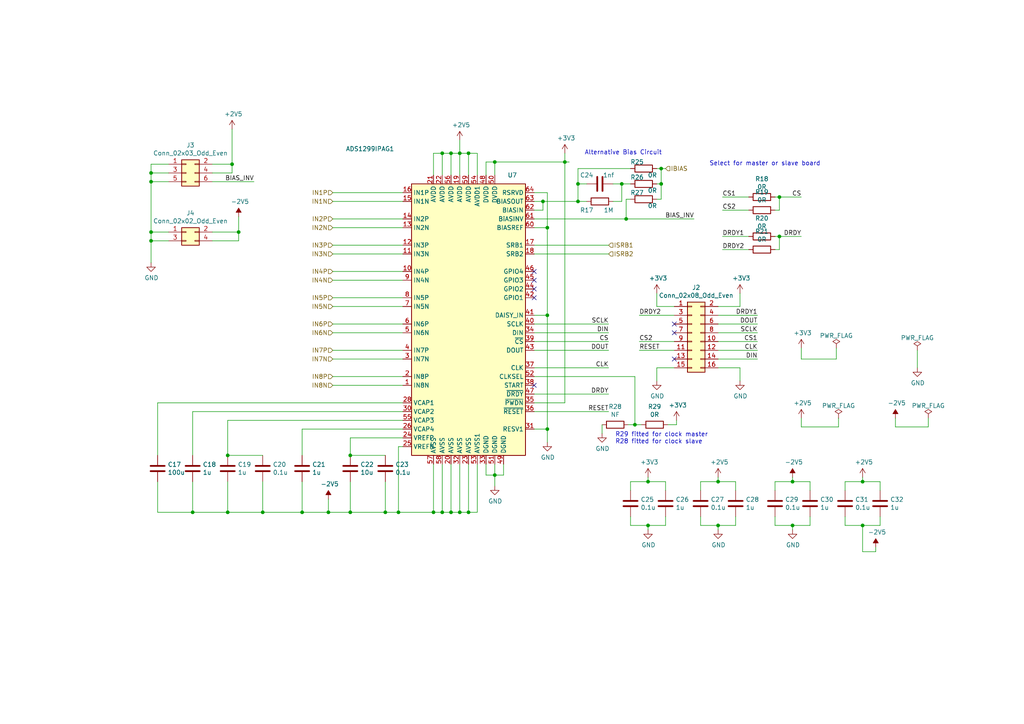
<source format=kicad_sch>
(kicad_sch (version 20211123) (generator eeschema)
  (paper "A4")
  (lib_symbols
    (symbol "Connector_Generic:Conn_02x02_Odd_Even" (pin_names (offset 1.016) hide)
      (property "Reference" "J" (at 1.27 2.54 0))
      (property "Value" "Conn_02x02_Odd_Even" (at 1.27 -5.08 0))
      (symbol "Conn_02x02_Odd_Even_1_1"
        (rectangle (start -1.27 -2.413) (end 0 -2.667) (stroke (width 0.1524)))
        (rectangle (start -1.27 0.127) (end 0 -0.127) (stroke (width 0.1524)))
        (rectangle (start -1.27 1.27) (end 3.81 -3.81) (stroke (width 0.254)) (fill (type background)))
        (rectangle (start 3.81 -2.413) (end 2.54 -2.667) (stroke (width 0.1524)))
        (rectangle (start 3.81 0.127) (end 2.54 -0.127) (stroke (width 0.1524)))
        (pin passive line (at -5.08 0 0) (length 3.81) (name "Pin_1") (number "1"))
        (pin passive line (at 7.62 0 180) (length 3.81) (name "Pin_2") (number "2"))
        (pin passive line (at -5.08 -2.54 0) (length 3.81) (name "Pin_3") (number "3"))
        (pin passive line (at 7.62 -2.54 180) (length 3.81) (name "Pin_4") (number "4"))
      )
    )
    (symbol "Connector_Generic:Conn_02x03_Odd_Even" (pin_names (offset 1.016) hide)
      (property "Reference" "J" (at 1.27 5.08 0))
      (property "Value" "Conn_02x03_Odd_Even" (at 1.27 -5.08 0))
      (symbol "Conn_02x03_Odd_Even_1_1"
        (rectangle (start -1.27 -2.413) (end 0 -2.667) (stroke (width 0.1524)))
        (rectangle (start -1.27 0.127) (end 0 -0.127) (stroke (width 0.1524)))
        (rectangle (start -1.27 2.667) (end 0 2.413) (stroke (width 0.1524)))
        (rectangle (start -1.27 3.81) (end 3.81 -3.81) (stroke (width 0.254)) (fill (type background)))
        (rectangle (start 3.81 -2.413) (end 2.54 -2.667) (stroke (width 0.1524)))
        (rectangle (start 3.81 0.127) (end 2.54 -0.127) (stroke (width 0.1524)))
        (rectangle (start 3.81 2.667) (end 2.54 2.413) (stroke (width 0.1524)))
        (pin passive line (at -5.08 2.54 0) (length 3.81) (name "Pin_1") (number "1"))
        (pin passive line (at 7.62 2.54 180) (length 3.81) (name "Pin_2") (number "2"))
        (pin passive line (at -5.08 0 0) (length 3.81) (name "Pin_3") (number "3"))
        (pin passive line (at 7.62 0 180) (length 3.81) (name "Pin_4") (number "4"))
        (pin passive line (at -5.08 -2.54 0) (length 3.81) (name "Pin_5") (number "5"))
        (pin passive line (at 7.62 -2.54 180) (length 3.81) (name "Pin_6") (number "6"))
      )
    )
    (symbol "Connector_Generic:Conn_02x08_Odd_Even" (pin_names (offset 1.016) hide)
      (property "Reference" "J" (at 1.27 10.16 0))
      (property "Value" "Conn_02x08_Odd_Even" (at 1.27 -12.7 0))
      (symbol "Conn_02x08_Odd_Even_1_1"
        (rectangle (start -1.27 -10.033) (end 0 -10.287) (stroke (width 0.1524)))
        (rectangle (start -1.27 -7.493) (end 0 -7.747) (stroke (width 0.1524)))
        (rectangle (start -1.27 -4.953) (end 0 -5.207) (stroke (width 0.1524)))
        (rectangle (start -1.27 -2.413) (end 0 -2.667) (stroke (width 0.1524)))
        (rectangle (start -1.27 0.127) (end 0 -0.127) (stroke (width 0.1524)))
        (rectangle (start -1.27 2.667) (end 0 2.413) (stroke (width 0.1524)))
        (rectangle (start -1.27 5.207) (end 0 4.953) (stroke (width 0.1524)))
        (rectangle (start -1.27 7.747) (end 0 7.493) (stroke (width 0.1524)))
        (rectangle (start -1.27 8.89) (end 3.81 -11.43) (stroke (width 0.254)) (fill (type background)))
        (rectangle (start 3.81 -10.033) (end 2.54 -10.287) (stroke (width 0.1524)))
        (rectangle (start 3.81 -7.493) (end 2.54 -7.747) (stroke (width 0.1524)))
        (rectangle (start 3.81 -4.953) (end 2.54 -5.207) (stroke (width 0.1524)))
        (rectangle (start 3.81 -2.413) (end 2.54 -2.667) (stroke (width 0.1524)))
        (rectangle (start 3.81 0.127) (end 2.54 -0.127) (stroke (width 0.1524)))
        (rectangle (start 3.81 2.667) (end 2.54 2.413) (stroke (width 0.1524)))
        (rectangle (start 3.81 5.207) (end 2.54 4.953) (stroke (width 0.1524)))
        (rectangle (start 3.81 7.747) (end 2.54 7.493) (stroke (width 0.1524)))
        (pin passive line (at -5.08 7.62 0) (length 3.81) (name "Pin_1") (number "1"))
        (pin passive line (at 7.62 -2.54 180) (length 3.81) (name "Pin_10") (number "10"))
        (pin passive line (at -5.08 -5.08 0) (length 3.81) (name "Pin_11") (number "11"))
        (pin passive line (at 7.62 -5.08 180) (length 3.81) (name "Pin_12") (number "12"))
        (pin passive line (at -5.08 -7.62 0) (length 3.81) (name "Pin_13") (number "13"))
        (pin passive line (at 7.62 -7.62 180) (length 3.81) (name "Pin_14") (number "14"))
        (pin passive line (at -5.08 -10.16 0) (length 3.81) (name "Pin_15") (number "15"))
        (pin passive line (at 7.62 -10.16 180) (length 3.81) (name "Pin_16") (number "16"))
        (pin passive line (at 7.62 7.62 180) (length 3.81) (name "Pin_2") (number "2"))
        (pin passive line (at -5.08 5.08 0) (length 3.81) (name "Pin_3") (number "3"))
        (pin passive line (at 7.62 5.08 180) (length 3.81) (name "Pin_4") (number "4"))
        (pin passive line (at -5.08 2.54 0) (length 3.81) (name "Pin_5") (number "5"))
        (pin passive line (at 7.62 2.54 180) (length 3.81) (name "Pin_6") (number "6"))
        (pin passive line (at -5.08 0 0) (length 3.81) (name "Pin_7") (number "7"))
        (pin passive line (at 7.62 0 180) (length 3.81) (name "Pin_8") (number "8"))
        (pin passive line (at -5.08 -2.54 0) (length 3.81) (name "Pin_9") (number "9"))
      )
    )
    (symbol "Device:C" (pin_numbers hide) (pin_names (offset 0.254))
      (property "Reference" "C" (at 0.635 2.54 0))
      (property "Value" "C" (at 0.635 -2.54 0))
      (symbol "C_0_1"
        (polyline (pts (xy -2.032 -0.762) (xy 2.032 -0.762)) (stroke (width 0.508)))
        (polyline (pts (xy -2.032 0.762) (xy 2.032 0.762)) (stroke (width 0.508)))
      )
      (symbol "C_1_1"
        (pin passive line (at 0 3.81 270) (length 2.794) (name "~") (number "1"))
        (pin passive line (at 0 -3.81 90) (length 2.794) (name "~") (number "2"))
      )
    )
    (symbol "Device:R" (pin_numbers hide) (pin_names (offset 0))
      (property "Reference" "R" (at 2.032 0 90))
      (property "Value" "R" (at 0 0 90))
      (symbol "R_0_1"
        (rectangle (start -1.016 -2.54) (end 1.016 2.54) (stroke (width 0.254)))
      )
      (symbol "R_1_1"
        (pin passive line (at 0 3.81 270) (length 1.27) (name "~") (number "1"))
        (pin passive line (at 0 -3.81 90) (length 1.27) (name "~") (number "2"))
      )
    )
    (symbol "OpenBCI_ESP32:ADS1299IPAG1"
      (property "Reference" "U" (at -16.51 44.45 0))
      (property "Value" "ADS1299IPAG1" (at 7.62 50.8 0))
      (symbol "ADS1299IPAG1_0_1"
        (rectangle (start -17.78 43.18) (end 15.24 -35.56) (stroke (width 0.254)) (fill (type background)))
      )
      (symbol "ADS1299IPAG1_1_1"
        (pin input line (at -20.32 -15.24 0) (length 2.54) (name "IN8N") (number "1"))
        (pin input line (at -20.32 17.78 0) (length 2.54) (name "IN4P") (number "10"))
        (pin input line (at -20.32 22.86 0) (length 2.54) (name "IN3N") (number "11"))
        (pin input line (at -20.32 25.4 0) (length 2.54) (name "IN3P") (number "12"))
        (pin input line (at -20.32 30.48 0) (length 2.54) (name "IN2N") (number "13"))
        (pin input line (at -20.32 33.02 0) (length 2.54) (name "IN2P") (number "14"))
        (pin input line (at -20.32 38.1 0) (length 2.54) (name "IN1N") (number "15"))
        (pin input line (at -20.32 40.64 0) (length 2.54) (name "IN1P") (number "16"))
        (pin bidirectional line (at 17.78 25.4 180) (length 2.54) (name "SRB1") (number "17"))
        (pin bidirectional line (at 17.78 22.86 180) (length 2.54) (name "SRB2") (number "18"))
        (pin power_in line (at -3.81 45.72 270) (length 2.54) (name "AVDD") (number "19"))
        (pin input line (at -20.32 -12.7 0) (length 2.54) (name "IN8P") (number "2"))
        (pin power_in line (at -6.35 -38.1 90) (length 2.54) (name "AVSS") (number "20"))
        (pin power_in line (at -11.43 45.72 270) (length 2.54) (name "AVDD") (number "21"))
        (pin power_in line (at -8.89 45.72 270) (length 2.54) (name "AVDD") (number "22"))
        (pin power_in line (at -1.27 -38.1 90) (length 2.54) (name "AVSS") (number "23"))
        (pin passive line (at -20.32 -30.48 0) (length 2.54) (name "VREFP") (number "24"))
        (pin passive line (at -20.32 -33.02 0) (length 2.54) (name "VREFN") (number "25"))
        (pin passive line (at -20.32 -27.94 0) (length 2.54) (name "VCAP4") (number "26"))
        (pin no_connect line (at 15.24 -30.48 180) (length 2.54) hide (name "NC") (number "27"))
        (pin passive line (at -20.32 -20.32 0) (length 2.54) (name "VCAP1") (number "28"))
        (pin no_connect line (at 15.24 -33.02 180) (length 2.54) hide (name "NC") (number "29"))
        (pin input line (at -20.32 -7.62 0) (length 2.54) (name "IN7N") (number "3"))
        (pin passive line (at -20.32 -22.86 0) (length 2.54) (name "VCAP2") (number "30"))
        (pin input line (at 17.78 -27.94 180) (length 2.54) (name "RESV1") (number "31"))
        (pin power_in line (at -3.81 -38.1 90) (length 2.54) (name "AVSS") (number "32"))
        (pin power_in line (at 3.81 -38.1 90) (length 2.54) (name "DGND") (number "33"))
        (pin input line (at 17.78 0 180) (length 2.54) (name "DIN") (number "34"))
        (pin input line (at 17.78 -20.32 180) (length 2.54) (name "~{PWDN}") (number "35"))
        (pin input line (at 17.78 -22.86 180) (length 2.54) (name "~{RESET}") (number "36"))
        (pin bidirectional line (at 17.78 -10.16 180) (length 2.54) (name "CLK") (number "37"))
        (pin input line (at 17.78 -15.24 180) (length 2.54) (name "START") (number "38"))
        (pin input line (at 17.78 -2.54 180) (length 2.54) (name "~{CS}") (number "39"))
        (pin input line (at -20.32 -5.08 0) (length 2.54) (name "IN7P") (number "4"))
        (pin input line (at 17.78 2.54 180) (length 2.54) (name "SCLK") (number "40"))
        (pin input line (at 17.78 5.08 180) (length 2.54) (name "DAISY_IN") (number "41"))
        (pin bidirectional line (at 17.78 10.16 180) (length 2.54) (name "GPIO1") (number "42"))
        (pin output line (at 17.78 -5.08 180) (length 2.54) (name "DOUT") (number "43"))
        (pin bidirectional line (at 17.78 12.7 180) (length 2.54) (name "GPIO2") (number "44"))
        (pin bidirectional line (at 17.78 15.24 180) (length 2.54) (name "GPIO3") (number "45"))
        (pin bidirectional line (at 17.78 17.78 180) (length 2.54) (name "GPIO4") (number "46"))
        (pin output line (at 17.78 -17.78 180) (length 2.54) (name "~{DRDY}") (number "47"))
        (pin power_in line (at 3.81 45.72 270) (length 2.54) (name "DVDD") (number "48"))
        (pin power_in line (at 8.89 -38.1 90) (length 2.54) (name "DGND") (number "49"))
        (pin input line (at -20.32 0 0) (length 2.54) (name "IN6N") (number "5"))
        (pin power_in line (at 6.35 45.72 270) (length 2.54) (name "DVDD") (number "50"))
        (pin power_in line (at 6.35 -38.1 90) (length 2.54) (name "DGND") (number "51"))
        (pin input line (at 17.78 -12.7 180) (length 2.54) (name "CLKSEL") (number "52"))
        (pin power_in line (at 1.27 -38.1 90) (length 2.54) (name "AVSS1") (number "53"))
        (pin power_in line (at 1.27 45.72 270) (length 2.54) (name "AVDD1") (number "54"))
        (pin passive line (at -20.32 -25.4 0) (length 2.54) (name "VCAP3") (number "55"))
        (pin power_in line (at -6.35 45.72 270) (length 2.54) (name "AVDD") (number "56"))
        (pin power_in line (at -11.43 -38.1 90) (length 2.54) (name "AVSS") (number "57"))
        (pin power_in line (at -8.89 -38.1 90) (length 2.54) (name "AVSS") (number "58"))
        (pin power_in line (at -1.27 45.72 270) (length 2.54) (name "AVDD") (number "59"))
        (pin input line (at -20.32 2.54 0) (length 2.54) (name "IN6P") (number "6"))
        (pin input line (at 17.78 30.48 180) (length 2.54) (name "BIASREF") (number "60"))
        (pin input line (at 17.78 33.02 180) (length 2.54) (name "BiASINV") (number "61"))
        (pin input line (at 17.78 35.56 180) (length 2.54) (name "BIASIN") (number "62"))
        (pin output line (at 17.78 38.1 180) (length 2.54) (name "BIASOUT") (number "63"))
        (pin input line (at 17.78 40.64 180) (length 2.54) (name "RSRVD") (number "64"))
        (pin input line (at -20.32 7.62 0) (length 2.54) (name "IN5N") (number "7"))
        (pin input line (at -20.32 10.16 0) (length 2.54) (name "IN5P") (number "8"))
        (pin input line (at -20.32 15.24 0) (length 2.54) (name "IN4N") (number "9"))
      )
    )
    (symbol "power:+2V5" (power) (pin_names (offset 0))
      (property "Value" "+2V5" (at 0 3.556 0))
      (symbol "+2V5_0_1"
        (polyline (pts (xy -0.762 1.27) (xy 0 2.54)))
        (polyline (pts (xy 0 0) (xy 0 2.54)))
        (polyline (pts (xy 0 2.54) (xy 0.762 1.27)))
      )
      (symbol "+2V5_1_1"
        (pin power_in line (at 0 0 90) (length 0) hide (name "+2V5") (number "1"))
      )
    )
    (symbol "power:+3.3V" (power) (pin_names (offset 0))
      (property "Value" "+3.3V" (at 0 3.556 0))
      (symbol "+3.3V_0_1"
        (polyline (pts (xy -0.762 1.27) (xy 0 2.54)))
        (polyline (pts (xy 0 0) (xy 0 2.54)))
        (polyline (pts (xy 0 2.54) (xy 0.762 1.27)))
      )
      (symbol "+3.3V_1_1"
        (pin power_in line (at 0 0 90) (length 0) hide (name "+3V3") (number "1"))
      )
    )
    (symbol "power:-2V5" (power) (pin_names (offset 0))
      (property "Value" "-2V5" (at 0 3.81 0))
      (symbol "-2V5_0_0"
        (pin power_in line (at 0 0 90) (length 0) hide (name "-2V5") (number "1"))
      )
      (symbol "-2V5_0_1"
        (polyline (pts (xy 0 0) (xy 0 1.27) (xy 0.762 1.27) (xy 0 2.54) (xy -0.762 1.27) (xy 0 1.27)) (fill (type outline)))
      )
    )
    (symbol "power:GND" (power) (pin_names (offset 0))
      (property "Value" "GND" (at 0 -3.81 0))
      (symbol "GND_0_1"
        (polyline (pts (xy 0 0) (xy 0 -1.27) (xy 1.27 -1.27) (xy 0 -2.54) (xy -1.27 -1.27) (xy 0 -1.27)))
      )
      (symbol "GND_1_1"
        (pin power_in line (at 0 0 270) (length 0) hide (name "GND") (number "1"))
      )
    )
    (symbol "power:PWR_FLAG" (power) (pin_numbers hide) (pin_names (offset 0) hide)
      (property "Value" "PWR_FLAG" (at 0 3.81 0))
      (symbol "PWR_FLAG_0_0"
        (pin power_out line (at 0 0 90) (length 0) (name "pwr") (number "1"))
      )
      (symbol "PWR_FLAG_0_1"
        (polyline (pts (xy 0 0) (xy 0 1.27) (xy -1.016 1.905) (xy 0 2.54) (xy 1.016 1.905) (xy 0 1.27)))
      )
    )
  )
  (junction (at 158.75 124.46))
  (junction (at 143.51 137.795))
  (junction (at 208.28 152.4))
  (junction (at 111.76 148.59))
  (junction (at 163.83 46.99))
  (junction (at 167.64 53.34))
  (junction (at 158.75 91.44))
  (junction (at 226.06 57.15))
  (junction (at 87.63 148.59))
  (junction (at 67.31 47.625))
  (junction (at 133.35 148.59))
  (junction (at 143.51 46.99))
  (junction (at 184.15 123.19))
  (junction (at 130.81 148.59))
  (junction (at 69.215 67.31))
  (junction (at 250.19 152.4))
  (junction (at 43.815 50.165))
  (junction (at 55.88 148.59))
  (junction (at 43.815 52.705))
  (junction (at 128.27 44.45))
  (junction (at 167.64 58.42))
  (junction (at 229.87 152.4))
  (junction (at 135.89 44.45))
  (junction (at 43.815 67.31))
  (junction (at 187.96 139.7))
  (junction (at 66.04 132.08))
  (junction (at 125.73 148.59))
  (junction (at 226.06 68.58))
  (junction (at 128.27 148.59))
  (junction (at 250.19 139.7))
  (junction (at 76.2 148.59))
  (junction (at 191.77 53.34))
  (junction (at 66.04 148.59))
  (junction (at 158.75 66.04))
  (junction (at 133.35 44.45))
  (junction (at 208.28 139.7))
  (junction (at 180.34 53.34))
  (junction (at 95.25 148.59))
  (junction (at 191.77 48.895))
  (junction (at 130.81 44.45))
  (junction (at 187.96 152.4))
  (junction (at 101.6 148.59))
  (junction (at 181.61 63.5))
  (junction (at 43.815 69.85))
  (junction (at 101.6 132.08))
  (junction (at 157.48 58.42))
  (junction (at 115.57 148.59))
  (junction (at 135.89 148.59))
  (junction (at 229.87 139.7))
  (no_connect (at 154.94 83.82))
  (no_connect (at 154.94 81.28))
  (no_connect (at 195.58 93.98))
  (no_connect (at 195.58 96.52))
  (no_connect (at 195.58 104.14))
  (no_connect (at 154.94 78.74))
  (no_connect (at 154.94 86.36))
  (no_connect (at 154.94 111.76))
  (wire (pts (xy 116.84 66.04) (xy 96.52 66.04)))
  (wire (pts (xy 203.2 152.4) (xy 208.28 152.4)))
  (wire (pts (xy 193.04 152.4) (xy 193.04 149.86)))
  (wire (pts (xy 234.95 139.7) (xy 234.95 142.24)))
  (wire (pts (xy 214.63 88.9) (xy 214.63 85.09)))
  (wire (pts (xy 255.27 152.4) (xy 255.27 149.86)))
  (wire (pts (xy 234.95 152.4) (xy 234.95 149.86)))
  (wire (pts (xy 208.28 152.4) (xy 208.28 153.67)))
  (wire (pts (xy 45.72 116.84) (xy 45.72 132.08)))
  (wire (pts (xy 43.815 67.31) (xy 43.815 69.85)))
  (wire (pts (xy 195.58 106.68) (xy 190.5 106.68)))
  (wire (pts (xy 133.35 40.64) (xy 133.35 44.45)))
  (wire (pts (xy 229.87 152.4) (xy 234.95 152.4)))
  (wire (pts (xy 76.2 148.59) (xy 87.63 148.59)))
  (wire (pts (xy 154.94 119.38) (xy 176.53 119.38)))
  (wire (pts (xy 154.94 96.52) (xy 176.53 96.52)))
  (wire (pts (xy 217.17 60.96) (xy 209.55 60.96)))
  (wire (pts (xy 140.97 46.99) (xy 143.51 46.99)))
  (wire (pts (xy 208.28 88.9) (xy 214.63 88.9)))
  (wire (pts (xy 208.28 101.6) (xy 219.71 101.6)))
  (wire (pts (xy 226.06 60.96) (xy 226.06 57.15)))
  (wire (pts (xy 191.77 53.34) (xy 191.77 48.895)))
  (wire (pts (xy 61.595 47.625) (xy 67.31 47.625)))
  (wire (pts (xy 143.51 137.795) (xy 146.05 137.795)))
  (wire (pts (xy 208.28 106.68) (xy 214.63 106.68)))
  (wire (pts (xy 208.28 93.98) (xy 219.71 93.98)))
  (wire (pts (xy 43.815 50.165) (xy 43.815 52.705)))
  (wire (pts (xy 116.84 58.42) (xy 96.52 58.42)))
  (wire (pts (xy 208.28 152.4) (xy 213.36 152.4)))
  (wire (pts (xy 224.79 60.96) (xy 226.06 60.96)))
  (wire (pts (xy 128.27 44.45) (xy 128.27 50.8)))
  (wire (pts (xy 214.63 106.68) (xy 214.63 110.49)))
  (wire (pts (xy 116.84 73.66) (xy 96.52 73.66)))
  (wire (pts (xy 196.215 123.19) (xy 196.215 121.92)))
  (wire (pts (xy 43.815 47.625) (xy 48.895 47.625)))
  (wire (pts (xy 48.895 67.31) (xy 43.815 67.31)))
  (wire (pts (xy 157.48 58.42) (xy 157.48 60.96)))
  (wire (pts (xy 182.88 53.34) (xy 180.34 53.34)))
  (wire (pts (xy 182.88 142.24) (xy 182.88 139.7)))
  (wire (pts (xy 167.64 53.34) (xy 167.64 58.42)))
  (wire (pts (xy 154.94 114.3) (xy 176.53 114.3)))
  (wire (pts (xy 87.63 124.46) (xy 87.63 132.08)))
  (wire (pts (xy 154.94 109.22) (xy 184.15 109.22)))
  (wire (pts (xy 208.28 99.06) (xy 219.71 99.06)))
  (wire (pts (xy 115.57 148.59) (xy 125.73 148.59)))
  (wire (pts (xy 115.57 129.54) (xy 115.57 148.59)))
  (wire (pts (xy 143.51 46.99) (xy 163.83 46.99)))
  (wire (pts (xy 116.84 78.74) (xy 96.52 78.74)))
  (wire (pts (xy 66.04 148.59) (xy 76.2 148.59)))
  (wire (pts (xy 87.63 148.59) (xy 95.25 148.59)))
  (wire (pts (xy 130.81 148.59) (xy 133.35 148.59)))
  (wire (pts (xy 158.75 124.46) (xy 158.75 128.27)))
  (wire (pts (xy 226.06 57.15) (xy 232.41 57.15)))
  (wire (pts (xy 154.94 116.84) (xy 163.83 116.84)))
  (wire (pts (xy 154.94 106.68) (xy 176.53 106.68)))
  (wire (pts (xy 133.35 148.59) (xy 135.89 148.59)))
  (wire (pts (xy 213.36 152.4) (xy 213.36 149.86)))
  (wire (pts (xy 140.97 137.795) (xy 143.51 137.795)))
  (wire (pts (xy 250.19 139.7) (xy 255.27 139.7)))
  (wire (pts (xy 116.84 121.92) (xy 66.04 121.92)))
  (wire (pts (xy 224.79 57.15) (xy 226.06 57.15)))
  (wire (pts (xy 203.2 142.24) (xy 203.2 139.7)))
  (wire (pts (xy 130.81 50.8) (xy 130.81 44.45)))
  (wire (pts (xy 61.595 67.31) (xy 69.215 67.31)))
  (wire (pts (xy 101.6 127) (xy 101.6 132.08)))
  (wire (pts (xy 116.84 124.46) (xy 87.63 124.46)))
  (wire (pts (xy 154.94 58.42) (xy 157.48 58.42)))
  (wire (pts (xy 154.94 73.66) (xy 176.53 73.66)))
  (wire (pts (xy 128.27 134.62) (xy 128.27 148.59)))
  (wire (pts (xy 163.83 46.99) (xy 163.83 116.84)))
  (wire (pts (xy 184.15 123.19) (xy 186.055 123.19)))
  (wire (pts (xy 167.64 48.895) (xy 167.64 53.34)))
  (wire (pts (xy 180.34 53.34) (xy 180.34 58.42)))
  (wire (pts (xy 170.18 53.34) (xy 167.64 53.34)))
  (wire (pts (xy 101.6 139.7) (xy 101.6 148.59)))
  (wire (pts (xy 182.88 48.895) (xy 167.64 48.895)))
  (wire (pts (xy 154.94 101.6) (xy 176.53 101.6)))
  (wire (pts (xy 232.41 123.825) (xy 243.205 123.825)))
  (wire (pts (xy 182.245 123.19) (xy 184.15 123.19)))
  (wire (pts (xy 259.715 123.825) (xy 269.24 123.825)))
  (wire (pts (xy 174.625 123.19) (xy 174.625 125.73)))
  (wire (pts (xy 87.63 139.7) (xy 87.63 148.59)))
  (wire (pts (xy 130.81 44.45) (xy 128.27 44.45)))
  (wire (pts (xy 182.88 152.4) (xy 187.96 152.4)))
  (wire (pts (xy 111.76 148.59) (xy 115.57 148.59)))
  (wire (pts (xy 48.895 50.165) (xy 43.815 50.165)))
  (wire (pts (xy 116.84 109.22) (xy 96.52 109.22)))
  (wire (pts (xy 125.73 134.62) (xy 125.73 148.59)))
  (wire (pts (xy 167.64 58.42) (xy 170.18 58.42)))
  (wire (pts (xy 116.84 119.38) (xy 55.88 119.38)))
  (wire (pts (xy 158.75 55.88) (xy 158.75 66.04)))
  (wire (pts (xy 208.28 96.52) (xy 219.71 96.52)))
  (wire (pts (xy 66.04 139.7) (xy 66.04 148.59)))
  (wire (pts (xy 143.51 137.795) (xy 143.51 140.97)))
  (wire (pts (xy 213.36 139.7) (xy 213.36 142.24)))
  (wire (pts (xy 177.8 53.34) (xy 180.34 53.34)))
  (wire (pts (xy 217.17 72.39) (xy 209.55 72.39)))
  (wire (pts (xy 143.51 50.8) (xy 143.51 46.99)))
  (wire (pts (xy 116.84 63.5) (xy 96.52 63.5)))
  (wire (pts (xy 181.61 63.5) (xy 201.295 63.5)))
  (wire (pts (xy 116.84 111.76) (xy 96.52 111.76)))
  (wire (pts (xy 158.75 66.04) (xy 158.75 91.44)))
  (wire (pts (xy 224.79 139.7) (xy 229.87 139.7)))
  (wire (pts (xy 250.19 139.7) (xy 250.19 138.43)))
  (wire (pts (xy 125.73 148.59) (xy 128.27 148.59)))
  (wire (pts (xy 43.815 47.625) (xy 43.815 50.165)))
  (wire (pts (xy 55.88 119.38) (xy 55.88 132.08)))
  (wire (pts (xy 208.28 104.14) (xy 219.71 104.14)))
  (wire (pts (xy 140.97 134.62) (xy 140.97 137.795)))
  (wire (pts (xy 232.41 104.14) (xy 242.57 104.14)))
  (wire (pts (xy 165.1 46.99) (xy 163.83 46.99)))
  (wire (pts (xy 116.84 116.84) (xy 45.72 116.84)))
  (wire (pts (xy 138.43 50.8) (xy 138.43 44.45)))
  (wire (pts (xy 116.84 104.14) (xy 96.52 104.14)))
  (wire (pts (xy 190.5 88.9) (xy 195.58 88.9)))
  (wire (pts (xy 158.75 91.44) (xy 158.75 124.46)))
  (wire (pts (xy 138.43 134.62) (xy 138.43 148.59)))
  (wire (pts (xy 226.06 72.39) (xy 226.06 68.58)))
  (wire (pts (xy 184.15 109.22) (xy 184.15 123.19)))
  (wire (pts (xy 69.215 67.31) (xy 69.215 62.865)))
  (wire (pts (xy 116.84 96.52) (xy 96.52 96.52)))
  (wire (pts (xy 146.05 137.795) (xy 146.05 134.62)))
  (wire (pts (xy 217.17 57.15) (xy 209.55 57.15)))
  (wire (pts (xy 55.88 139.7) (xy 55.88 148.59)))
  (wire (pts (xy 208.28 139.7) (xy 208.28 138.43)))
  (wire (pts (xy 190.5 57.785) (xy 191.77 57.785)))
  (wire (pts (xy 193.04 139.7) (xy 193.04 142.24)))
  (wire (pts (xy 116.84 101.6) (xy 96.52 101.6)))
  (wire (pts (xy 76.2 132.08) (xy 66.04 132.08)))
  (wire (pts (xy 116.84 86.36) (xy 96.52 86.36)))
  (wire (pts (xy 61.595 50.165) (xy 67.31 50.165)))
  (wire (pts (xy 140.97 50.8) (xy 140.97 46.99)))
  (wire (pts (xy 182.88 57.785) (xy 181.61 57.785)))
  (wire (pts (xy 154.94 124.46) (xy 158.75 124.46)))
  (wire (pts (xy 187.96 139.7) (xy 187.96 138.43)))
  (wire (pts (xy 254 160.02) (xy 250.19 160.02)))
  (wire (pts (xy 45.72 148.59) (xy 55.88 148.59)))
  (wire (pts (xy 55.88 148.59) (xy 66.04 148.59)))
  (wire (pts (xy 66.04 121.92) (xy 66.04 132.08)))
  (wire (pts (xy 154.94 91.44) (xy 158.75 91.44)))
  (wire (pts (xy 250.19 152.4) (xy 250.19 160.02)))
  (wire (pts (xy 269.24 123.825) (xy 269.24 121.285)))
  (wire (pts (xy 191.77 48.895) (xy 193.04 48.895)))
  (wire (pts (xy 101.6 148.59) (xy 111.76 148.59)))
  (wire (pts (xy 157.48 58.42) (xy 167.64 58.42)))
  (wire (pts (xy 182.88 139.7) (xy 187.96 139.7)))
  (wire (pts (xy 154.94 55.88) (xy 158.75 55.88)))
  (wire (pts (xy 203.2 139.7) (xy 208.28 139.7)))
  (wire (pts (xy 217.17 68.58) (xy 209.55 68.58)))
  (wire (pts (xy 143.51 134.62) (xy 143.51 137.795)))
  (wire (pts (xy 154.94 93.98) (xy 176.53 93.98)))
  (wire (pts (xy 61.595 52.705) (xy 73.66 52.705)))
  (wire (pts (xy 224.79 68.58) (xy 226.06 68.58)))
  (wire (pts (xy 43.815 69.85) (xy 43.815 76.2)))
  (wire (pts (xy 76.2 139.7) (xy 76.2 148.59)))
  (wire (pts (xy 130.81 44.45) (xy 133.35 44.45)))
  (wire (pts (xy 190.5 53.34) (xy 191.77 53.34)))
  (wire (pts (xy 115.57 129.54) (xy 116.84 129.54)))
  (wire (pts (xy 243.205 123.825) (xy 243.205 121.285)))
  (wire (pts (xy 157.48 60.96) (xy 154.94 60.96)))
  (wire (pts (xy 191.77 57.785) (xy 191.77 53.34)))
  (wire (pts (xy 224.79 72.39) (xy 226.06 72.39)))
  (wire (pts (xy 67.31 50.165) (xy 67.31 47.625)))
  (wire (pts (xy 130.81 148.59) (xy 130.81 134.62)))
  (wire (pts (xy 133.35 44.45) (xy 135.89 44.45)))
  (wire (pts (xy 245.11 142.24) (xy 245.11 139.7)))
  (wire (pts (xy 116.84 81.28) (xy 96.52 81.28)))
  (wire (pts (xy 255.27 139.7) (xy 255.27 142.24)))
  (wire (pts (xy 266.065 101.6) (xy 266.065 106.68)))
  (wire (pts (xy 67.31 47.625) (xy 67.31 37.465)))
  (wire (pts (xy 187.96 152.4) (xy 187.96 153.67)))
  (wire (pts (xy 224.79 142.24) (xy 224.79 139.7)))
  (wire (pts (xy 43.815 52.705) (xy 48.895 52.705)))
  (wire (pts (xy 190.5 106.68) (xy 190.5 110.49)))
  (wire (pts (xy 250.19 152.4) (xy 255.27 152.4)))
  (wire (pts (xy 138.43 148.59) (xy 135.89 148.59)))
  (wire (pts (xy 154.94 71.12) (xy 176.53 71.12)))
  (wire (pts (xy 135.89 50.8) (xy 135.89 44.45)))
  (wire (pts (xy 229.87 152.4) (xy 229.87 153.67)))
  (wire (pts (xy 259.715 121.285) (xy 259.715 123.825)))
  (wire (pts (xy 61.595 69.85) (xy 69.215 69.85)))
  (wire (pts (xy 195.58 99.06) (xy 185.42 99.06)))
  (wire (pts (xy 177.8 58.42) (xy 180.34 58.42)))
  (wire (pts (xy 195.58 101.6) (xy 185.42 101.6)))
  (wire (pts (xy 95.25 144.78) (xy 95.25 148.59)))
  (wire (pts (xy 154.94 66.04) (xy 158.75 66.04)))
  (wire (pts (xy 43.815 52.705) (xy 43.815 67.31)))
  (wire (pts (xy 193.675 123.19) (xy 196.215 123.19)))
  (wire (pts (xy 163.83 46.99) (xy 163.83 44.45)))
  (wire (pts (xy 116.84 127) (xy 101.6 127)))
  (wire (pts (xy 187.96 139.7) (xy 193.04 139.7)))
  (wire (pts (xy 48.895 69.85) (xy 43.815 69.85)))
  (wire (pts (xy 191.77 48.895) (xy 190.5 48.895)))
  (wire (pts (xy 245.11 152.4) (xy 250.19 152.4)))
  (wire (pts (xy 224.79 149.86) (xy 224.79 152.4)))
  (wire (pts (xy 245.11 149.86) (xy 245.11 152.4)))
  (wire (pts (xy 232.41 121.285) (xy 232.41 123.825)))
  (wire (pts (xy 245.11 139.7) (xy 250.19 139.7)))
  (wire (pts (xy 154.94 99.06) (xy 176.53 99.06)))
  (wire (pts (xy 224.79 152.4) (xy 229.87 152.4)))
  (wire (pts (xy 208.28 91.44) (xy 219.71 91.44)))
  (wire (pts (xy 133.35 44.45) (xy 133.35 50.8)))
  (wire (pts (xy 69.215 69.85) (xy 69.215 67.31)))
  (wire (pts (xy 95.25 148.59) (xy 101.6 148.59)))
  (wire (pts (xy 232.41 100.965) (xy 232.41 104.14)))
  (wire (pts (xy 187.96 152.4) (xy 193.04 152.4)))
  (wire (pts (xy 203.2 149.86) (xy 203.2 152.4)))
  (wire (pts (xy 229.87 139.7) (xy 234.95 139.7)))
  (wire (pts (xy 154.94 63.5) (xy 181.61 63.5)))
  (wire (pts (xy 242.57 104.14) (xy 242.57 100.965)))
  (wire (pts (xy 125.73 50.8) (xy 125.73 44.45)))
  (wire (pts (xy 226.06 68.58) (xy 232.41 68.58)))
  (wire (pts (xy 116.84 55.88) (xy 96.52 55.88)))
  (wire (pts (xy 229.87 139.7) (xy 229.87 138.43)))
  (wire (pts (xy 182.88 149.86) (xy 182.88 152.4)))
  (wire (pts (xy 128.27 148.59) (xy 130.81 148.59)))
  (wire (pts (xy 116.84 93.98) (xy 96.52 93.98)))
  (wire (pts (xy 135.89 148.59) (xy 135.89 134.62)))
  (wire (pts (xy 208.28 139.7) (xy 213.36 139.7)))
  (wire (pts (xy 254 158.75) (xy 254 160.02)))
  (wire (pts (xy 111.76 139.7) (xy 111.76 148.59)))
  (wire (pts (xy 181.61 57.785) (xy 181.61 63.5)))
  (wire (pts (xy 111.76 132.08) (xy 101.6 132.08)))
  (wire (pts (xy 133.35 134.62) (xy 133.35 148.59)))
  (wire (pts (xy 45.72 139.7) (xy 45.72 148.59)))
  (wire (pts (xy 125.73 44.45) (xy 128.27 44.45)))
  (wire (pts (xy 138.43 44.45) (xy 135.89 44.45)))
  (wire (pts (xy 190.5 85.09) (xy 190.5 88.9)))
  (wire (pts (xy 116.84 71.12) (xy 96.52 71.12)))
  (wire (pts (xy 195.58 91.44) (xy 185.42 91.44)))
  (wire (pts (xy 116.84 88.9) (xy 96.52 88.9)))
  (text "R29 fitted for clock master\nR28 fitted for clock slave" (at 178.435 128.905 0) (effects (font (size 1.27 1.27)) (justify left bottom)))
  (text "Select for master or slave board" (at 205.74 48.26 0) (effects (font (size 1.27 1.27)) (justify left bottom)))
  (text "Alternative Bias Circuit" (at 169.545 45.085 0) (effects (font (size 1.27 1.27)) (justify left bottom)))
  (label "CLK" (at 176.53 106.68 180))
  (label "CS1" (at 209.55 57.15 0))
  (label "RESET" (at 185.42 101.6 0))
  (label "SCLK" (at 219.71 96.52 180))
  (label "BIAS_INV" (at 201.295 63.5 180))
  (label "DRDY" (at 176.53 114.3 180))
  (label "SCLK" (at 176.53 93.98 180))
  (label "CLK" (at 219.71 101.6 180))
  (label "DIN" (at 176.53 96.52 180))
  (label "DRDY1" (at 219.71 91.44 180))
  (label "BIAS_INV" (at 73.66 52.705 180))
  (label "CS" (at 176.53 99.06 180))
  (label "DIN" (at 219.71 104.14 180))
  (label "CS2" (at 209.55 60.96 0))
  (label "DRDY1" (at 209.55 68.58 0))
  (label "DRDY2" (at 209.55 72.39 0))
  (label "DRDY" (at 232.41 68.58 180))
  (label "CS1" (at 219.71 99.06 180))
  (label "CS" (at 232.41 57.15 180))
  (label "DRDY2" (at 185.42 91.44 0))
  (label "CS2" (at 185.42 99.06 0))
  (label "RESET" (at 176.53 119.38 180))
  (label "DOUT" (at 219.71 93.98 180))
  (label "DOUT" (at 176.53 101.6 180))
  (hierarchical_label "IN2P" (shape input) (at 96.52 63.5 180))
  (hierarchical_label "IN5P" (shape input) (at 96.52 86.36 180))
  (hierarchical_label "IN6N" (shape input) (at 96.52 96.52 180))
  (hierarchical_label "IN2N" (shape input) (at 96.52 66.04 180))
  (hierarchical_label "IN7P" (shape input) (at 96.52 101.6 180))
  (hierarchical_label "IN3N" (shape input) (at 96.52 73.66 180))
  (hierarchical_label "ISRB1" (shape input) (at 176.53 71.12 0))
  (hierarchical_label "IN8P" (shape input) (at 96.52 109.22 180))
  (hierarchical_label "IN5N" (shape input) (at 96.52 88.9 180))
  (hierarchical_label "IN3P" (shape input) (at 96.52 71.12 180))
  (hierarchical_label "IN6P" (shape input) (at 96.52 93.98 180))
  (hierarchical_label "IN1N" (shape input) (at 96.52 58.42 180))
  (hierarchical_label "IN4N" (shape input) (at 96.52 81.28 180))
  (hierarchical_label "IN8N" (shape input) (at 96.52 111.76 180))
  (hierarchical_label "ISRB2" (shape input) (at 176.53 73.66 0))
  (hierarchical_label "IN7N" (shape input) (at 96.52 104.14 180))
  (hierarchical_label "IBIAS" (shape input) (at 193.04 48.895 0))
  (hierarchical_label "IN4P" (shape input) (at 96.52 78.74 180))
  (hierarchical_label "IN1P" (shape input) (at 96.52 55.88 180))
  (symbol (lib_id "OpenBCI_ESP32:ADS1299IPAG1") (at 137.16 96.52 0) (unit 1)
    (property "Reference" "U7" (at 148.59 50.8 0))
    (property "Value" "ADS1299IPAG1" (at 107.315 43.18 0))
    (property "Footprint" "Package_QFP:TQFP-64_10x10mm_P0.5mm" (effects hide))
    (property "Datasheet" "http://www.ti.com/lit/ds/symlink/ads1299.pdf" (effects hide))
  )
  (symbol (lib_id "Device:C") (at 182.88 146.05 0) (unit 1)
    (property "Reference" "C25" (at 185.801 144.8816 0) (effects (justify left)))
    (property "Value" "0.1u" (at 185.801 147.193 0) (effects (justify left)))
    (property "Footprint" "Capacitor_SMD:C_0603_1608Metric" (effects hide))
  )
  (symbol (lib_id "Device:C") (at 193.04 146.05 0) (unit 1)
    (property "Reference" "C26" (at 195.961 144.8816 0) (effects (justify left)))
    (property "Value" "1u" (at 195.961 147.193 0) (effects (justify left)))
    (property "Footprint" "Capacitor_SMD:C_0603_1608Metric" (effects hide))
  )
  (symbol (lib_id "Device:C") (at 173.99 53.34 90) (unit 1)
    (property "Reference" "C24" (at 170.18 50.8 90))
    (property "Value" "1nf" (at 176.53 50.8 90))
    (property "Footprint" "Capacitor_SMD:C_0603_1608Metric" (effects hide))
  )
  (symbol (lib_id "Device:R") (at 173.99 58.42 90) (unit 1)
    (property "Reference" "R17" (at 170.18 60.96 90))
    (property "Value" "1M" (at 176.53 60.96 90))
    (property "Footprint" "Resistor_SMD:R_0603_1608Metric" (effects hide))
  )
  (symbol (lib_id "Device:C") (at 101.6 135.89 0) (unit 1)
    (property "Reference" "C22" (at 104.521 134.7216 0) (effects (justify left)))
    (property "Value" "10u" (at 104.521 137.033 0) (effects (justify left)))
    (property "Footprint" "Capacitor_SMD:C_0805_2012Metric" (effects hide))
  )
  (symbol (lib_id "Device:C") (at 111.76 135.89 0) (unit 1)
    (property "Reference" "C23" (at 114.681 134.7216 0) (effects (justify left)))
    (property "Value" "0.1u" (at 114.681 137.033 0) (effects (justify left)))
    (property "Footprint" "Capacitor_SMD:C_0603_1608Metric" (effects hide))
  )
  (symbol (lib_id "Device:C") (at 87.63 135.89 0) (unit 1)
    (property "Reference" "C21" (at 90.551 134.7216 0) (effects (justify left)))
    (property "Value" "1u" (at 90.551 137.033 0) (effects (justify left)))
    (property "Footprint" "Capacitor_SMD:C_0603_1608Metric" (effects hide))
  )
  (symbol (lib_id "power:-2V5") (at 95.25 144.78 0) (unit 1)
    (property "Reference" "#PWR010" (effects hide))
    (property "Value" "-2V5" (at 95.631 140.3858 0))
  )
  (symbol (lib_id "Device:C") (at 66.04 135.89 0) (unit 1)
    (property "Reference" "C19" (at 68.961 134.7216 0) (effects (justify left)))
    (property "Value" "1u" (at 68.961 137.033 0) (effects (justify left)))
    (property "Footprint" "Capacitor_SMD:C_0603_1608Metric" (effects hide))
  )
  (symbol (lib_id "Device:C") (at 76.2 135.89 0) (unit 1)
    (property "Reference" "C20" (at 79.121 134.7216 0) (effects (justify left)))
    (property "Value" "0.1u" (at 79.121 137.033 0) (effects (justify left)))
    (property "Footprint" "Capacitor_SMD:C_0603_1608Metric" (effects hide))
  )
  (symbol (lib_id "Device:C") (at 55.88 135.89 0) (unit 1)
    (property "Reference" "C18" (at 58.801 134.7216 0) (effects (justify left)))
    (property "Value" "1u" (at 58.801 137.033 0) (effects (justify left)))
    (property "Footprint" "Capacitor_SMD:C_0603_1608Metric" (effects hide))
  )
  (symbol (lib_id "Device:C") (at 45.72 135.89 0) (unit 1)
    (property "Reference" "C17" (at 48.641 134.7216 0) (effects (justify left)))
    (property "Value" "100u" (at 48.641 137.033 0) (effects (justify left)))
    (property "Footprint" "Capacitor_SMD:C_1210_3225Metric" (effects hide))
  )
  (symbol (lib_id "power:+2V5") (at 133.35 40.64 0) (unit 1)
    (property "Reference" "#PWR011" (effects hide))
    (property "Value" "+2V5" (at 133.731 36.2458 0))
  )
  (symbol (lib_id "Connector_Generic:Conn_02x02_Odd_Even") (at 53.975 67.31 0) (unit 1)
    (property "Reference" "J4" (at 55.245 61.7982 0))
    (property "Value" "Conn_02x02_Odd_Even" (at 55.245 64.1096 0))
    (property "Footprint" "Connector_PinSocket_2.54mm:PinSocket_2x02_P2.54mm_Vertical" (effects hide))
  )
  (symbol (lib_id "Connector_Generic:Conn_02x03_Odd_Even") (at 53.975 50.165 0) (unit 1)
    (property "Reference" "J3" (at 55.245 42.1132 0))
    (property "Value" "Conn_02x03_Odd_Even" (at 55.245 44.4246 0))
    (property "Footprint" "Connector_PinSocket_2.54mm:PinSocket_2x03_P2.54mm_Vertical" (effects hide))
  )
  (symbol (lib_id "power:+2V5") (at 67.31 37.465 0) (unit 1)
    (property "Reference" "#PWR0107" (effects hide))
    (property "Value" "+2V5" (at 67.691 33.0708 0))
  )
  (symbol (lib_id "power:GND") (at 43.815 76.2 0) (unit 1)
    (property "Reference" "#PWR0108" (effects hide))
    (property "Value" "GND" (at 43.942 80.5942 0))
  )
  (symbol (lib_id "power:+3.3V") (at 163.83 44.45 0) (unit 1)
    (property "Reference" "#PWR014" (effects hide))
    (property "Value" "+3.3V" (at 164.211 40.0558 0))
  )
  (symbol (lib_id "power:GND") (at 143.51 140.97 0) (unit 1)
    (property "Reference" "#PWR012" (effects hide))
    (property "Value" "GND" (at 143.637 145.3642 0))
  )
  (symbol (lib_id "power:GND") (at 187.96 153.67 0) (unit 1)
    (property "Reference" "#PWR016" (effects hide))
    (property "Value" "GND" (at 188.087 158.0642 0))
  )
  (symbol (lib_id "Connector_Generic:Conn_02x08_Odd_Even") (at 200.66 96.52 0) (unit 1)
    (property "Reference" "J2" (at 201.93 83.3882 0))
    (property "Value" "Conn_02x08_Odd_Even" (at 201.93 85.6996 0))
    (property "Footprint" "Connector_PinSocket_2.54mm:PinSocket_2x08_P2.54mm_Vertical" (effects hide))
  )
  (symbol (lib_id "power:GND") (at 158.75 128.27 0) (unit 1)
    (property "Reference" "#PWR013" (effects hide))
    (property "Value" "GND" (at 158.877 132.6642 0))
  )
  (symbol (lib_id "power:+3.3V") (at 187.96 138.43 0) (unit 1)
    (property "Reference" "#PWR015" (effects hide))
    (property "Value" "+3.3V" (at 188.341 134.0358 0))
  )
  (symbol (lib_id "Device:C") (at 203.2 146.05 0) (unit 1)
    (property "Reference" "C27" (at 206.121 144.8816 0) (effects (justify left)))
    (property "Value" "0.1u" (at 206.121 147.193 0) (effects (justify left)))
    (property "Footprint" "Capacitor_SMD:C_0603_1608Metric" (effects hide))
  )
  (symbol (lib_id "Device:C") (at 213.36 146.05 0) (unit 1)
    (property "Reference" "C28" (at 216.281 144.8816 0) (effects (justify left)))
    (property "Value" "1u" (at 216.281 147.193 0) (effects (justify left)))
    (property "Footprint" "Capacitor_SMD:C_0603_1608Metric" (effects hide))
  )
  (symbol (lib_id "power:GND") (at 208.28 153.67 0) (unit 1)
    (property "Reference" "#PWR018" (effects hide))
    (property "Value" "GND" (at 208.407 158.0642 0))
  )
  (symbol (lib_id "power:-2V5") (at 69.215 62.865 0) (unit 1)
    (property "Reference" "#PWR0109" (effects hide))
    (property "Value" "-2V5" (at 69.596 58.4708 0))
  )
  (symbol (lib_id "Device:C") (at 224.79 146.05 0) (unit 1)
    (property "Reference" "C29" (at 227.711 144.8816 0) (effects (justify left)))
    (property "Value" "0.1u" (at 227.711 147.193 0) (effects (justify left)))
    (property "Footprint" "Capacitor_SMD:C_0603_1608Metric" (effects hide))
  )
  (symbol (lib_id "Device:C") (at 234.95 146.05 0) (unit 1)
    (property "Reference" "C30" (at 237.871 144.8816 0) (effects (justify left)))
    (property "Value" "1u" (at 237.871 147.193 0) (effects (justify left)))
    (property "Footprint" "Capacitor_SMD:C_0603_1608Metric" (effects hide))
  )
  (symbol (lib_id "power:GND") (at 229.87 153.67 0) (unit 1)
    (property "Reference" "#PWR020" (effects hide))
    (property "Value" "GND" (at 229.997 158.0642 0))
  )
  (symbol (lib_id "Device:C") (at 245.11 146.05 0) (unit 1)
    (property "Reference" "C31" (at 248.031 144.8816 0) (effects (justify left)))
    (property "Value" "0.1u" (at 248.031 147.193 0) (effects (justify left)))
    (property "Footprint" "Capacitor_SMD:C_0603_1608Metric" (effects hide))
  )
  (symbol (lib_id "Device:C") (at 255.27 146.05 0) (unit 1)
    (property "Reference" "C32" (at 258.191 144.8816 0) (effects (justify left)))
    (property "Value" "1u" (at 258.191 147.193 0) (effects (justify left)))
    (property "Footprint" "Capacitor_SMD:C_0603_1608Metric" (effects hide))
  )
  (symbol (lib_id "power:+3.3V") (at 190.5 85.09 0) (unit 1)
    (property "Reference" "#PWR0102" (effects hide))
    (property "Value" "+3.3V" (at 190.881 80.6958 0))
  )
  (symbol (lib_id "power:+3.3V") (at 214.63 85.09 0) (unit 1)
    (property "Reference" "#PWR0103" (effects hide))
    (property "Value" "+3.3V" (at 215.011 80.6958 0))
  )
  (symbol (lib_id "power:GND") (at 190.5 110.49 0) (unit 1)
    (property "Reference" "#PWR0104" (effects hide))
    (property "Value" "GND" (at 190.627 114.8842 0))
  )
  (symbol (lib_id "power:GND") (at 214.63 110.49 0) (unit 1)
    (property "Reference" "#PWR0105" (effects hide))
    (property "Value" "GND" (at 214.757 114.8842 0))
  )
  (symbol (lib_id "power:+2V5") (at 250.19 138.43 0) (unit 1)
    (property "Reference" "#PWR021" (effects hide))
    (property "Value" "+2V5" (at 250.571 134.0358 0))
  )
  (symbol (lib_id "power:-2V5") (at 229.87 138.43 0) (unit 1)
    (property "Reference" "#PWR019" (effects hide))
    (property "Value" "-2V5" (at 230.251 134.0358 0))
  )
  (symbol (lib_id "power:-2V5") (at 254 158.75 0) (unit 1)
    (property "Reference" "#PWR022" (effects hide))
    (property "Value" "-2V5" (at 254.381 154.3558 0))
  )
  (symbol (lib_id "power:+2V5") (at 208.28 138.43 0) (unit 1)
    (property "Reference" "#PWR017" (effects hide))
    (property "Value" "+2V5" (at 208.661 134.0358 0))
  )
  (symbol (lib_id "Device:R") (at 186.69 53.34 90) (unit 1)
    (property "Reference" "R26" (at 184.785 51.435 90))
    (property "Value" "0R" (at 189.23 55.245 90))
    (property "Footprint" "Resistor_SMD:R_0603_1608Metric" (effects hide))
  )
  (symbol (lib_id "Device:R") (at 186.69 48.895 90) (unit 1)
    (property "Reference" "R25" (at 184.785 46.99 90))
    (property "Value" "0R" (at 189.23 50.8 90))
    (property "Footprint" "Resistor_SMD:R_0603_1608Metric" (effects hide))
  )
  (symbol (lib_id "Device:R") (at 220.98 57.15 90) (unit 1)
    (property "Reference" "R18" (at 220.98 51.8922 90))
    (property "Value" "0R" (at 220.98 54.2036 90))
    (property "Footprint" "Resistor_SMD:R_0603_1608Metric" (effects hide))
  )
  (symbol (lib_id "Device:R") (at 220.98 60.96 90) (unit 1)
    (property "Reference" "R19" (at 220.98 55.7022 90))
    (property "Value" "0R" (at 220.98 58.0136 90))
    (property "Footprint" "Resistor_SMD:R_0603_1608Metric" (effects hide))
  )
  (symbol (lib_id "Device:R") (at 220.98 68.58 90) (unit 1)
    (property "Reference" "R20" (at 220.98 63.3222 90))
    (property "Value" "0R" (at 220.98 65.6336 90))
    (property "Footprint" "Resistor_SMD:R_0603_1608Metric" (effects hide))
  )
  (symbol (lib_id "Device:R") (at 220.98 72.39 90) (unit 1)
    (property "Reference" "R21" (at 220.98 67.1322 90))
    (property "Value" "0R" (at 220.98 69.4436 90))
    (property "Footprint" "Resistor_SMD:R_0603_1608Metric" (effects hide))
  )
  (symbol (lib_id "Device:R") (at 186.69 57.785 90) (unit 1)
    (property "Reference" "R27" (at 184.785 55.88 90))
    (property "Value" "0R" (at 189.23 59.69 90))
    (property "Footprint" "Resistor_SMD:R_0603_1608Metric" (effects hide))
  )
  (symbol (lib_id "power:+3.3V") (at 232.41 100.965 0) (unit 1)
    (property "Reference" "#PWR0111" (effects hide))
    (property "Value" "+3.3V" (at 232.791 96.5708 0))
  )
  (symbol (lib_id "Device:R") (at 189.865 123.19 90) (unit 1)
    (property "Reference" "R29" (at 189.865 117.9322 90))
    (property "Value" "0R" (at 189.865 120.2436 90))
    (property "Footprint" "Resistor_SMD:R_0603_1608Metric" (effects hide))
  )
  (symbol (lib_id "power:GND") (at 174.625 125.73 0) (unit 1)
    (property "Reference" "#PWR023" (effects hide))
    (property "Value" "GND" (at 174.752 130.1242 0))
  )
  (symbol (lib_id "power:+2V5") (at 232.41 121.285 0) (unit 1)
    (property "Reference" "#PWR0112" (effects hide))
    (property "Value" "+2V5" (at 232.791 116.8908 0))
  )
  (symbol (lib_id "power:PWR_FLAG") (at 243.205 121.285 0) (unit 1)
    (property "Reference" "#FLG0102" (effects hide))
    (property "Value" "PWR_FLAG" (at 243.205 117.6805 0))
  )
  (symbol (lib_id "power:-2V5") (at 259.715 121.285 0) (unit 1)
    (property "Reference" "#PWR0113" (effects hide))
    (property "Value" "-2V5" (at 260.096 116.8908 0))
  )
  (symbol (lib_id "power:+3.3V") (at 196.215 121.92 0) (unit 1)
    (property "Reference" "#PWR024" (effects hide))
    (property "Value" "+3.3V" (at 196.596 117.5258 0))
  )
  (symbol (lib_id "power:PWR_FLAG") (at 242.57 100.965 0) (unit 1)
    (property "Reference" "#FLG0101" (effects hide))
    (property "Value" "PWR_FLAG" (at 242.57 97.3605 0))
  )
  (symbol (lib_id "power:PWR_FLAG") (at 266.065 101.6 0) (unit 1)
    (property "Reference" "#FLG0104" (effects hide))
    (property "Value" "PWR_FLAG" (at 266.065 97.9955 0))
  )
  (symbol (lib_id "Device:R") (at 178.435 123.19 90) (unit 1)
    (property "Reference" "R28" (at 178.435 117.9322 90))
    (property "Value" "NF" (at 178.435 120.2436 90))
    (property "Footprint" "Resistor_SMD:R_0603_1608Metric" (effects hide))
  )
  (symbol (lib_id "power:PWR_FLAG") (at 269.24 121.285 0) (unit 1)
    (property "Reference" "#FLG0103" (effects hide))
    (property "Value" "PWR_FLAG" (at 269.24 117.6805 0))
  )
  (symbol (lib_id "power:GND") (at 266.065 106.68 0) (unit 1)
    (property "Reference" "#PWR0114" (effects hide))
    (property "Value" "GND" (at 266.192 111.0742 0))
  )
)
</source>
